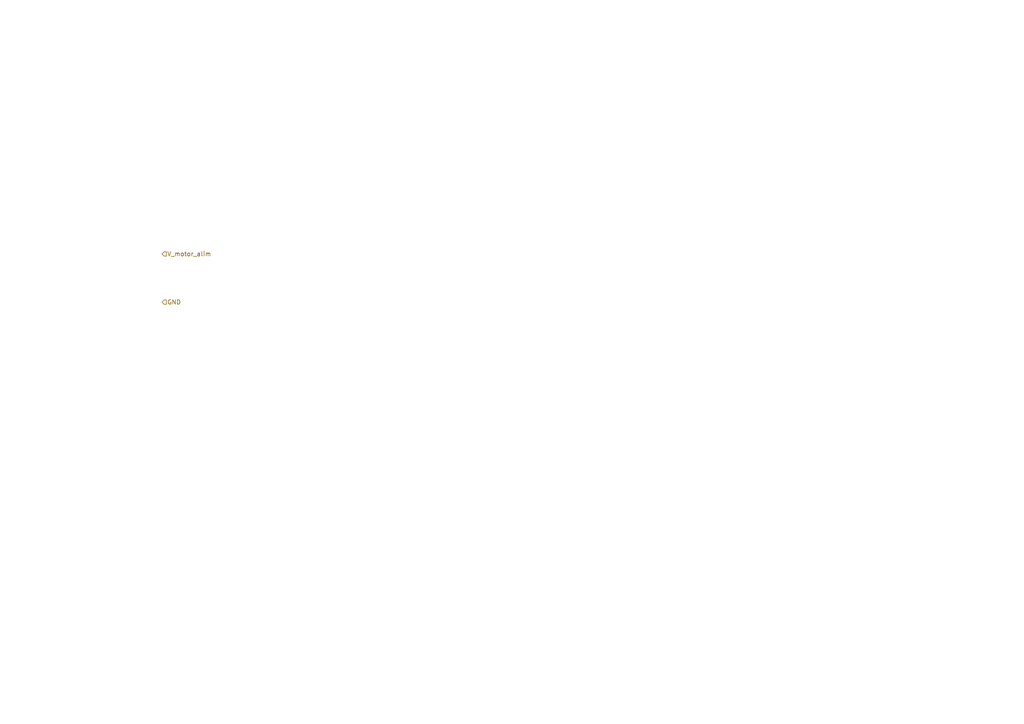
<source format=kicad_sch>
(kicad_sch
	(version 20231120)
	(generator "eeschema")
	(generator_version "8.0")
	(uuid "0cdd6580-4104-4c1e-9e60-2d40d2068999")
	(paper "A4")
	(lib_symbols)
	(hierarchical_label "GND"
		(shape input)
		(at 46.99 87.63 0)
		(fields_autoplaced yes)
		(effects
			(font
				(size 1.27 1.27)
			)
			(justify left)
		)
		(uuid "c4be31bb-d201-40b3-a2eb-9b68ce87add9")
	)
	(hierarchical_label "V_motor_alim"
		(shape input)
		(at 46.99 73.66 0)
		(fields_autoplaced yes)
		(effects
			(font
				(size 1.27 1.27)
			)
			(justify left)
		)
		(uuid "c624ebf8-17ad-41cd-966d-7e1dd87211ff")
	)
)
</source>
